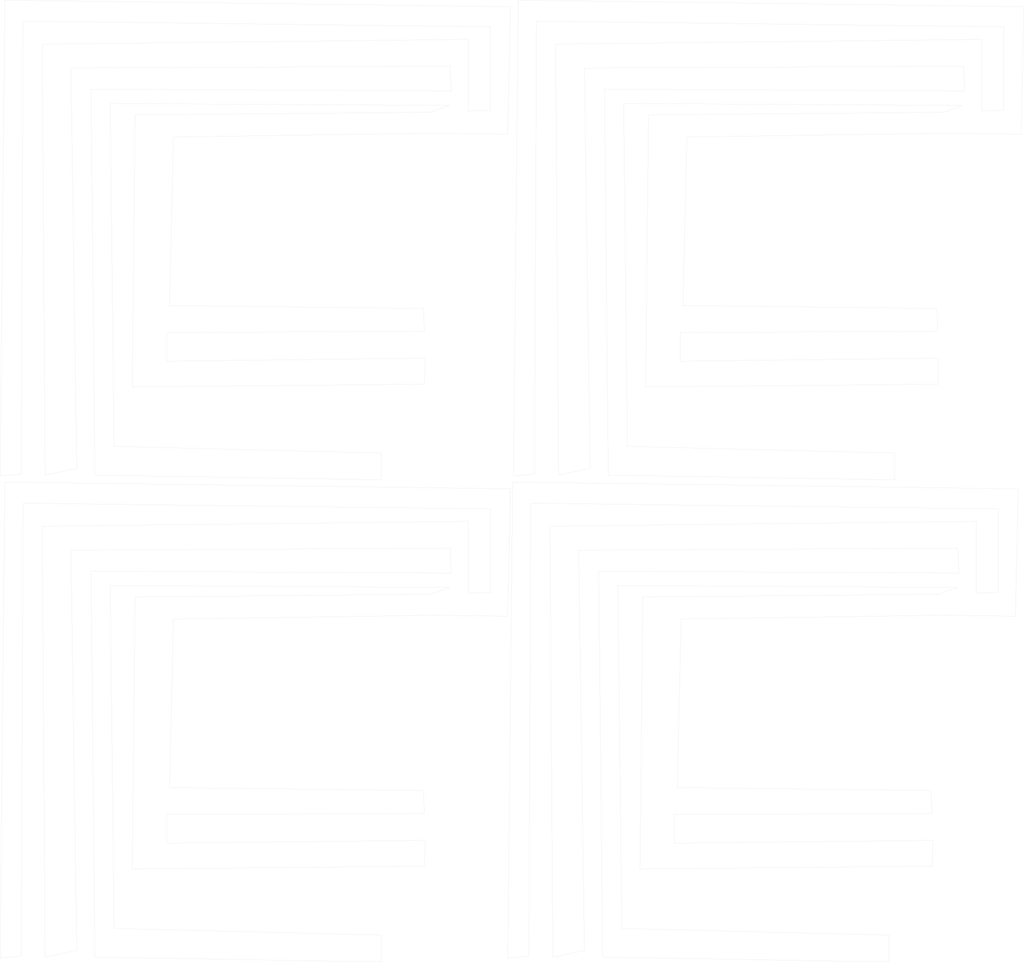
<source format=kicad_pcb>
(kicad_pcb (version 20221018) (generator pcbnew)

  (general
    (thickness 1.6)
  )

  (paper "A4")
  (layers
    (0 "F.Cu" signal)
    (31 "B.Cu" signal)
    (32 "B.Adhes" user "B.Adhesive")
    (33 "F.Adhes" user "F.Adhesive")
    (34 "B.Paste" user)
    (35 "F.Paste" user)
    (36 "B.SilkS" user "B.Silkscreen")
    (37 "F.SilkS" user "F.Silkscreen")
    (38 "B.Mask" user)
    (39 "F.Mask" user)
    (40 "Dwgs.User" user "User.Drawings")
    (41 "Cmts.User" user "User.Comments")
    (42 "Eco1.User" user "User.Eco1")
    (43 "Eco2.User" user "User.Eco2")
    (44 "Edge.Cuts" user)
    (45 "Margin" user)
    (46 "B.CrtYd" user "B.Courtyard")
    (47 "F.CrtYd" user "F.Courtyard")
    (48 "B.Fab" user)
    (49 "F.Fab" user)
    (50 "User.1" user)
    (51 "User.2" user)
    (52 "User.3" user)
    (53 "User.4" user)
    (54 "User.5" user)
    (55 "User.6" user)
    (56 "User.7" user)
    (57 "User.8" user)
    (58 "User.9" user)
  )

  (setup
    (stackup
      (layer "F.SilkS" (type "Top Silk Screen"))
      (layer "F.Paste" (type "Top Solder Paste"))
      (layer "F.Mask" (type "Top Solder Mask") (thickness 0.01))
      (layer "F.Cu" (type "copper") (thickness 0.035))
      (layer "dielectric 1" (type "core") (thickness 1.51) (material "FR4") (epsilon_r 4.5) (loss_tangent 0.02))
      (layer "B.Cu" (type "copper") (thickness 0.035))
      (layer "B.Mask" (type "Bottom Solder Mask") (thickness 0.01))
      (layer "B.Paste" (type "Bottom Solder Paste"))
      (layer "B.SilkS" (type "Bottom Silk Screen"))
      (layer "F.SilkS" (type "Top Silk Screen"))
      (layer "F.Paste" (type "Top Solder Paste"))
      (layer "F.Mask" (type "Top Solder Mask") (thickness 0.01))
      (layer "F.Cu" (type "copper") (thickness 0.035))
      (layer "dielectric 1" (type "core") (thickness 1.51) (material "FR4") (epsilon_r 4.5) (loss_tangent 0.02))
      (layer "B.Cu" (type "copper") (thickness 0.035))
      (layer "B.Mask" (type "Bottom Solder Mask") (thickness 0.01))
      (layer "B.Paste" (type "Bottom Solder Paste"))
      (layer "B.SilkS" (type "Bottom Silk Screen"))
      (layer "F.SilkS" (type "Top Silk Screen"))
      (layer "F.Paste" (type "Top Solder Paste"))
      (layer "F.Mask" (type "Top Solder Mask") (thickness 0.01))
      (layer "F.Cu" (type "copper") (thickness 0.035))
      (layer "dielectric 1" (type "core") (thickness 1.51) (material "FR4") (epsilon_r 4.5) (loss_tangent 0.02))
      (layer "B.Cu" (type "copper") (thickness 0.035))
      (layer "B.Mask" (type "Bottom Solder Mask") (thickness 0.01))
      (layer "B.Paste" (type "Bottom Solder Paste"))
      (layer "B.SilkS" (type "Bottom Silk Screen"))
      (layer "F.SilkS" (type "Top Silk Screen"))
      (layer "F.Paste" (type "Top Solder Paste"))
      (layer "F.Mask" (type "Top Solder Mask") (thickness 0.01))
      (layer "F.Cu" (type "copper") (thickness 0.035))
      (layer "dielectric 1" (type "core") (thickness 1.51) (material "FR4") (epsilon_r 4.5) (loss_tangent 0.02))
      (layer "B.Cu" (type "copper") (thickness 0.035))
      (layer "B.Mask" (type "Bottom Solder Mask") (thickness 0.01))
      (layer "B.Paste" (type "Bottom Solder Paste"))
      (layer "B.SilkS" (type "Bottom Silk Screen"))
      (copper_finish "None")
      (dielectric_constraints no)
    )
    (pad_to_mask_clearance 0)
    (pcbplotparams
      (layerselection 0x00010fc_ffffffff)
      (plot_on_all_layers_selection 0x0000000_00000000)
      (disableapertmacros false)
      (usegerberextensions false)
      (usegerberattributes true)
      (usegerberadvancedattributes true)
      (creategerberjobfile true)
      (dashed_line_dash_ratio 12.000000)
      (dashed_line_gap_ratio 3.000000)
      (svgprecision 4)
      (plotframeref false)
      (viasonmask false)
      (mode 1)
      (useauxorigin false)
      (hpglpennumber 1)
      (hpglpenspeed 20)
      (hpglpendiameter 15.000000)
      (dxfpolygonmode true)
      (dxfimperialunits true)
      (dxfusepcbnewfont true)
      (psnegative false)
      (psa4output false)
      (plotreference true)
      (plotvalue true)
      (plotinvisibletext false)
      (sketchpadsonfab false)
      (subtractmaskfromsilk false)
      (outputformat 1)
      (mirror false)
      (drillshape 1)
      (scaleselection 1)
      (outputdirectory "")
    )
  )

  (net 0 "")

  (gr_line (start 178.009997 47.059996) (end 179.019997 2.399996)
    (stroke (width 0.05) (type default)) (layer "Edge.Cuts") (tstamp 00570b23-fa7b-4e68-abab-14a39a4ab5c4))
  (gr_line (start 326.459997 277.169996) (end 237.479997 276.159996)
    (stroke (width 0.05) (type default)) (layer "Edge.Cuts") (tstamp 02a05e18-c852-4bc0-b46c-a05954869c79))
  (gr_line (start 33.289997 166.589996) (end 133.689997 168.269996)
    (stroke (width 0.05) (type default)) (layer "Edge.Cuts") (tstamp 03b77dcb-e369-4ae7-ace6-26130c6a1a41))
  (gr_line (start 211.289997 335.589996) (end 311.689997 337.269996)
    (stroke (width 0.05) (type default)) (layer "Edge.Cuts") (tstamp 03e6e737-3e32-439b-ba69-7d19948271fc))
  (gr_line (start 1.729997 169.049996) (end 0.049997 335.929996)
    (stroke (width 0.05) (type default)) (layer "Edge.Cuts") (tstamp 044b528e-0869-4306-a640-b7574a198873))
  (gr_line (start 239.479997 107.159996) (end 240.829997 48.069996)
    (stroke (width 0.05) (type default)) (layer "Edge.Cuts") (tstamp 056ff60e-f554-4171-a6eb-5d2b2a7ab5bb))
  (gr_line (start 148.459997 277.169996) (end 59.479997 276.159996)
    (stroke (width 0.05) (type default)) (layer "Edge.Cuts") (tstamp 06f14e05-4155-4630-9301-c5791eb36b3b))
  (gr_line (start 238.479997 116.559996) (end 328.799997 116.229996)
    (stroke (width 0.05) (type default)) (layer "Edge.Cuts") (tstamp 072a8324-d12e-4bc6-94a1-89975726ddf9))
  (gr_line (start 331.149997 39.339996) (end 227.399997 40.339996)
    (stroke (width 0.05) (type default)) (layer "Edge.Cuts") (tstamp 07970d1a-0323-49d7-b094-820136de3a3c))
  (gr_line (start 60.829997 217.069996) (end 151.819997 215.719996)
    (stroke (width 0.05) (type default)) (layer "Edge.Cuts") (tstamp 08999283-0e26-4aba-b321-9c33295515c0))
  (gr_line (start 46.389997 304.699996) (end 148.799997 303.689996)
    (stroke (width 0.05) (type default)) (layer "Edge.Cuts") (tstamp 0a394c5c-3424-4f8e-9ecc-cfff5831bec5))
  (gr_line (start 342.239997 182.819996) (end 192.829997 184.499996)
    (stroke (width 0.05) (type default)) (layer "Edge.Cuts") (tstamp 0e29b4b3-8bfd-45d8-a792-f6dc76c20306))
  (gr_line (start 225.399997 209.339996) (end 224.389997 304.699996)
    (stroke (width 0.05) (type default)) (layer "Edge.Cuts") (tstamp 17c99511-32a2-48f4-bc14-804c8c983200))
  (gr_line (start 157.859997 23.219996) (end 158.199997 31.949996)
    (stroke (width 0.05) (type default)) (layer "Edge.Cuts") (tstamp 189313a3-a012-4e56-b8e4-e5b5052d8881))
  (gr_line (start 311.689997 327.869996) (end 218.009997 325.519996)
    (stroke (width 0.05) (type default)) (layer "Edge.Cuts") (tstamp 18fe5ef6-1ddf-434a-8cea-c2c6ec771649))
  (gr_line (start 0.049997 335.929996) (end 7.439997 335.249996)
    (stroke (width 0.05) (type default)) (layer "Edge.Cuts") (tstamp 1b4e8428-af30-49e6-97ef-29c44945a217))
  (gr_line (start 148.799997 285.229996) (end 148.459997 277.169996)
    (stroke (width 0.05) (type default)) (layer "Edge.Cuts") (tstamp 1d044fd1-0a3f-4b8a-9d51-209d18075a99))
  (gr_line (start 164.239997 207.999996) (end 164.239997 182.819996)
    (stroke (width 0.05) (type default)) (layer "Edge.Cuts") (tstamp 1e075f52-5505-4a4d-b349-85e2fab9c368))
  (gr_line (start 149.129997 294.629996) (end 58.479997 295.629996)
    (stroke (width 0.05) (type default)) (layer "Edge.Cuts") (tstamp 1ee1b4b3-0f58-4c8c-919b-71ea86ea5fbd))
  (gr_line (start 326.799997 303.689996) (end 327.129997 294.629996)
    (stroke (width 0.05) (type default)) (layer "Edge.Cuts") (tstamp 22384c6c-50e8-42fc-bd41-0196accf96ae))
  (gr_line (start 133.689997 168.269996) (end 133.689997 158.869996)
    (stroke (width 0.05) (type default)) (layer "Edge.Cuts") (tstamp 237cc775-a3a3-40c1-9aca-d6e6bc799c66))
  (gr_line (start 329.819997 215.719996) (end 356.009997 216.059996)
    (stroke (width 0.05) (type default)) (layer "Edge.Cuts") (tstamp 249e4cd5-ab2f-4399-8c84-331ae6113b65))
  (gr_line (start 328.799997 134.689996) (end 329.129997 125.629996)
    (stroke (width 0.05) (type default)) (layer "Edge.Cuts") (tstamp 255b525c-2479-46f6-8c15-b14e9cb2b65c))
  (gr_line (start 151.149997 208.339996) (end 47.399997 209.339996)
    (stroke (width 0.05) (type default)) (layer "Edge.Cuts") (tstamp 26062d2e-f985-4582-82cd-0078bd3841eb))
  (gr_line (start 148.799997 303.689996) (end 149.129997 294.629996)
    (stroke (width 0.05) (type default)) (layer "Edge.Cuts") (tstamp 2624242b-4eb0-47b8-be2c-fee57578aafb))
  (gr_line (start 238.829997 217.069996) (end 329.819997 215.719996)
    (stroke (width 0.05) (type default)) (layer "Edge.Cuts") (tstamp 268f3cfd-d9ec-43c6-9b72-7471db3a8399))
  (gr_line (start 351.959997 38.659996) (end 344.239997 38.999996)
    (stroke (width 0.05) (type default)) (layer "Edge.Cuts") (tstamp 27611ef8-1950-4722-948c-ae5820e315e9))
  (gr_line (start 179.019997 171.399996) (end 1.729997 169.049996)
    (stroke (width 0.05) (type default)) (layer "Edge.Cuts") (tstamp 2c2efe3a-bfde-48e2-935b-742f5313c698))
  (gr_line (start 60.829997 48.069996) (end 151.819997 46.719996)
    (stroke (width 0.05) (type default)) (layer "Edge.Cuts") (tstamp 2d7bd739-9a4b-41a3-9ec8-2bcd79d9e451))
  (gr_line (start 59.479997 107.159996) (end 60.829997 48.069996)
    (stroke (width 0.05) (type default)) (layer "Edge.Cuts") (tstamp 30d5c73e-92f8-40aa-8f08-24d4c5addfda))
  (gr_line (start 58.479997 295.629996) (end 58.479997 285.559996)
    (stroke (width 0.05) (type default)) (layer "Edge.Cuts") (tstamp 3219c0aa-a69c-486e-af94-4e6d6e0ce53a))
  (gr_line (start 164.239997 13.819996) (end 14.829997 15.499996)
    (stroke (width 0.05) (type default)) (layer "Edge.Cuts") (tstamp 356a4224-ae25-451e-aadd-ff75d4418d79))
  (gr_line (start 59.479997 276.159996) (end 60.829997 217.069996)
    (stroke (width 0.05) (type default)) (layer "Edge.Cuts") (tstamp 39472e76-8507-4d79-b6fb-f8375e39c8d0))
  (gr_line (start 31.949997 200.279996) (end 33.289997 335.589996)
    (stroke (width 0.05) (type default)) (layer "Edge.Cuts") (tstamp 3cd85351-2dac-4759-85c2-7684c6b38a01))
  (gr_line (start 151.819997 46.719996) (end 178.009997 47.059996)
    (stroke (width 0.05) (type default)) (layer "Edge.Cuts") (tstamp 3ce2c7df-b527-4b1a-b0e6-3bf71e3a984a))
  (gr_line (start 335.529997 205.989996) (end 329.149997 208.339996)
    (stroke (width 0.05) (type default)) (layer "Edge.Cuts") (tstamp 3e39ee39-b80b-453e-abb4-c499a2f0ddfb))
  (gr_line (start 180.049997 166.929996) (end 187.439997 166.249996)
    (stroke (width 0.05) (type default)) (layer "Edge.Cuts") (tstamp 3fdbc638-cd9e-43be-976b-9274499b9178))
  (gr_line (start 1.729997 0.049996) (end 0.049997 166.929996)
    (stroke (width 0.05) (type default)) (layer "Edge.Cuts") (tstamp 42be836e-6da7-48ad-9ca0-f989203b323a))
  (gr_line (start 47.399997 209.339996) (end 46.389997 304.699996)
    (stroke (width 0.05) (type default)) (layer "Edge.Cuts") (tstamp 43442b31-a41d-4ff1-bd47-a4762f1f8dd6))
  (gr_line (start 337.529997 36.989996) (end 331.149997 39.339996)
    (stroke (width 0.05) (type default)) (layer "Edge.Cuts") (tstamp 43a60218-e523-47fa-97a5-e292d9e74a8d))
  (gr_line (start 349.959997 207.659996) (end 342.239997 207.999996)
    (stroke (width 0.05) (type default)) (layer "Edge.Cuts") (tstamp 479d2a99-a694-472c-a3f8-be7f7caea548))
  (gr_line (start 7.439997 166.249996) (end 8.109997 7.439996)
    (stroke (width 0.05) (type default)) (layer "Edge.Cuts") (tstamp 47cd2a07-4fff-4a04-92e7-e53ccbbc2e88))
  (gr_line (start 47.399997 40.339996) (end 46.389997 135.699996)
    (stroke (width 0.05) (type default)) (layer "Edge.Cuts") (tstamp 491872a6-6c47-4b78-8a00-1d4263e9bedb))
  (gr_line (start 157.859997 192.219996) (end 158.199997 200.949996)
    (stroke (width 0.05) (type default)) (layer "Edge.Cuts") (tstamp 49cacd2e-295a-40b8-a6c2-3f3cdeed852f))
  (gr_line (start 148.799997 116.229996) (end 148.459997 108.169996)
    (stroke (width 0.05) (type default)) (layer "Edge.Cuts") (tstamp 4efe3993-b3c7-4a2a-a6b0-993b67b44ece))
  (gr_line (start 356.009997 216.059996) (end 357.019997 171.399996)
    (stroke (width 0.05) (type default)) (layer "Edge.Cuts") (tstamp 4f5e42fe-a11f-42ba-9e76-ae9b045c391c))
  (gr_line (start 14.829997 15.499996) (end 15.839997 166.589996)
    (stroke (width 0.05) (type default)) (layer "Edge.Cuts") (tstamp 5006c4fe-4c5b-41e0-b4a7-2c8c43cc78bd))
  (gr_line (start 14.829997 184.499996) (end 15.839997 335.589996)
    (stroke (width 0.05) (type default)) (layer "Edge.Cuts") (tstamp 503d18df-f09e-424d-b3d6-9922737b84b1))
  (gr_line (start 313.689997 168.269996) (end 313.689997 158.869996)
    (stroke (width 0.05) (type default)) (layer "Edge.Cuts") (tstamp 5793f479-8d49-474d-ae34-15e3dccdf83f))
  (gr_line (start 359.019997 2.399996) (end 181.729997 0.049996)
    (stroke (width 0.05) (type default)) (layer "Edge.Cuts") (tstamp 5801e266-f887-4fc0-8a98-cbd4b853f69d))
  (gr_line (start 357.019997 171.399996) (end 179.729997 169.049996)
    (stroke (width 0.05) (type default)) (layer "Edge.Cuts") (tstamp 5b321e0f-ac3b-4dfd-9f67-645b578dab63))
  (gr_line (start 40.009997 156.519996) (end 38.669997 36.309996)
    (stroke (width 0.05) (type default)) (layer "Edge.Cuts") (tstamp 5d950666-2382-438b-9505-cdd033395dff))
  (gr_line (start 211.949997 31.279996) (end 213.289997 166.589996)
    (stroke (width 0.05) (type default)) (layer "Edge.Cuts") (tstamp 5f3242f7-5a64-4a70-8a1a-a430362f0085))
  (gr_line (start 224.389997 304.699996) (end 326.799997 303.689996)
    (stroke (width 0.05) (type default)) (layer "Edge.Cuts") (tstamp 62dd27b6-d29a-4a49-8c11-378b1cfb89e7))
  (gr_line (start 337.859997 23.219996) (end 338.199997 31.949996)
    (stroke (width 0.05) (type default)) (layer "Edge.Cuts") (tstamp 6405c564-75c4-4ad6-af2d-d56467164417))
  (gr_line (start 344.239997 13.819996) (end 194.829997 15.499996)
    (stroke (width 0.05) (type default)) (layer "Edge.Cuts") (tstamp 64431db6-4deb-41ce-83b7-76adf4365cfb))
  (gr_line (start 8.109997 176.439996) (end 171.959997 178.449996)
    (stroke (width 0.05) (type default)) (layer "Edge.Cuts") (tstamp 6481a3d9-7bd5-4c26-9e67-4d325dae9d2f))
  (gr_line (start 329.149997 208.339996) (end 225.399997 209.339996)
    (stroke (width 0.05) (type default)) (layer "Edge.Cuts") (tstamp 6485a10a-22c7-4fe8-bae6-e642e859a522))
  (gr_line (start 148.799997 134.689996) (end 149.129997 125.629996)
    (stroke (width 0.05) (type default)) (layer "Edge.Cuts") (tstamp 65cce70b-7d6f-4146-a8f6-cc5fd976951c))
  (gr_line (start 133.689997 337.269996) (end 133.689997 327.869996)
    (stroke (width 0.05) (type default)) (layer "Edge.Cuts") (tstamp 6812329e-2323-4097-b0c7-c32cf024203a))
  (gr_line (start 158.199997 31.949996) (end 31.949997 31.279996)
    (stroke (width 0.05) (type default)) (layer "Edge.Cuts") (tstamp 6a40d19b-5e7d-4916-8f19-12ee80f67433))
  (gr_line (start 220.009997 156.519996) (end 218.669997 36.309996)
    (stroke (width 0.05) (type default)) (layer "Edge.Cuts") (tstamp 6c3f0bc5-1654-426b-a02f-646b46a97884))
  (gr_line (start 328.459997 108.169996) (end 239.479997 107.159996)
    (stroke (width 0.05) (type default)) (layer "Edge.Cuts") (tstamp 6d704e47-d45b-4bb7-a86b-a2037af70998))
  (gr_line (start 188.109997 7.439996) (end 351.959997 9.449996)
    (stroke (width 0.05) (type default)) (layer "Edge.Cuts") (tstamp 6f34b9cf-39d7-4b11-9dad-aca7ccd95476))
  (gr_line (start 38.669997 36.309996) (end 157.529997 36.989996)
    (stroke (width 0.05) (type default)) (layer "Edge.Cuts") (tstamp 70e3558f-fb1f-440a-b7be-690ec72688cc))
  (gr_line (start 179.019997 2.399996) (end 1.729997 0.049996)
    (stroke (width 0.05) (type default)) (layer "Edge.Cuts") (tstamp 71d32ffe-1136-4ba4-88dd-9179ddf362a1))
  (gr_line (start 336.199997 200.949996) (end 209.949997 200.279996)
    (stroke (width 0.05) (type default)) (layer "Edge.Cuts") (tstamp 72f6da53-ef28-4ee8-8faf-af3a155b1873))
  (gr_line (start 344.239997 38.999996) (end 344.239997 13.819996)
    (stroke (width 0.05) (type default)) (layer "Edge.Cuts") (tstamp 7475ac40-1afe-4642-82f5-8170020ad50f))
  (gr_line (start 236.479997 295.629996) (end 236.479997 285.559996)
    (stroke (width 0.05) (type default)) (layer "Edge.Cuts") (tstamp 7581bd5b-f5e3-4253-97e0-f82664a5ff3d))
  (gr_line (start 178.049997 335.929996) (end 185.439997 335.249996)
    (stroke (width 0.05) (type default)) (layer "Edge.Cuts") (tstamp 7619bd0f-1386-4bb6-9084-2ccb1a952f3d))
  (gr_line (start 238.479997 126.629996) (end 238.479997 116.559996)
    (stroke (width 0.05) (type default)) (layer "Edge.Cuts") (tstamp 77ea3804-a6cd-4453-b26c-5e39820bdcec))
  (gr_line (start 192.829997 184.499996) (end 193.839997 335.589996)
    (stroke (width 0.05) (type default)) (layer "Edge.Cuts") (tstamp 78d9591b-85e6-44fc-a19e-c892ee259d30))
  (gr_line (start 15.839997 166.589996) (end 26.919997 164.239996)
    (stroke (width 0.05) (type default)) (layer "Edge.Cuts") (tstamp 7b4a6d11-eb50-456f-b733-e36a84394796))
  (gr_line (start 171.959997 38.659996) (end 164.239997 38.999996)
    (stroke (width 0.05) (type default)) (layer "Edge.Cuts") (tstamp 7db02502-7420-4e1f-809d-46f7cf30361b))
  (gr_line (start 213.289997 166.589996) (end 313.689997 168.269996)
    (stroke (width 0.05) (type default)) (layer "Edge.Cuts") (tstamp 7de41c5e-5287-44d7-8312-42abca680685))
  (gr_line (start 342.239997 207.999996) (end 342.239997 182.819996)
    (stroke (width 0.05) (type default)) (layer "Edge.Cuts") (tstamp 810e5924-0801-4361-8482-5b40a419ce60))
  (gr_line (start 187.439997 166.249996) (end 188.109997 7.439996)
    (stroke (width 0.05) (type default)) (layer "Edge.Cuts") (tstamp 82b8d9b7-9581-4353-8079-d02ab4281365))
  (gr_line (start 218.669997 36.309996) (end 337.529997 36.989996)
    (stroke (width 0.05) (type default)) (layer "Edge.Cuts") (tstamp 84c6a527-16e8-40de-9302-7faa9a036b7d))
  (gr_line (start 179.729997 169.049996) (end 178.049997 335.929996)
    (stroke (width 0.05) (type default)) (layer "Edge.Cuts") (tstamp 8547cd9a-8539-4e5c-9b80-94ac5b751b9c))
  (gr_line (start 311.689997 337.269996) (end 311.689997 327.869996)
    (stroke (width 0.05) (type default)) (layer "Edge.Cuts") (tstamp 860ac430-e583-4f7e-af76-474cf5ff43c0))
  (gr_line (start 351.959997 9.449996) (end 351.959997 38.659996)
    (stroke (width 0.05) (type default)) (layer "Edge.Cuts") (tstamp 88dc5821-ee3d-40b7-b6fd-c559bf4b29de))
  (gr_line (start 38.669997 205.309996) (end 157.529997 205.989996)
    (stroke (width 0.05) (type default)) (layer "Edge.Cuts") (tstamp 8ba8018a-fb5c-4a8c-9c23-46cc1fdf3af3))
  (gr_line (start 171.959997 207.659996) (end 164.239997 207.999996)
    (stroke (width 0.05) (type default)) (layer "Edge.Cuts") (tstamp 8bd7c1ba-60a9-4b50-bc7e-9d96afe09fea))
  (gr_line (start 209.949997 200.279996) (end 211.289997 335.589996)
    (stroke (width 0.05) (type default)) (layer "Edge.Cuts") (tstamp 8c73170b-f32b-487c-a121-43b244e73956))
  (gr_line (start 358.009997 47.059996) (end 359.019997 2.399996)
    (stroke (width 0.05) (type default)) (layer "Edge.Cuts") (tstamp 8ef7a16f-17f3-498a-9bf9-079a39103758))
  (gr_line (start 194.829997 15.499996) (end 195.839997 166.589996)
    (stroke (width 0.05) (type default)) (layer "Edge.Cuts") (tstamp 904e6c29-4a5d-480f-9f97-f1057072b188))
  (gr_line (start 24.899997 192.889996) (end 157.859997 192.219996)
    (stroke (width 0.05) (type default)) (layer "Edge.Cuts") (tstamp 92fd59da-2512-4389-9742-5e29ddaa08c3))
  (gr_line (start 181.729997 0.049996) (end 180.049997 166.929996)
    (stroke (width 0.05) (type default)) (layer "Edge.Cuts") (tstamp 98424a1c-d57c-4f6e-84cb-c00ab24d389a))
  (gr_line (start 151.149997 39.339996) (end 47.399997 40.339996)
    (stroke (width 0.05) (type default)) (layer "Edge.Cuts") (tstamp 9ae37a3a-d902-4ff7-9c56-59db8b0b489d))
  (gr_line (start 33.289997 335.589996) (end 133.689997 337.269996)
    (stroke (width 0.05) (type default)) (layer "Edge.Cuts") (tstamp 9bdab20a-b4b0-4bbc-9534-0f0adfb29812))
  (gr_line (start 148.459997 108.169996) (end 59.479997 107.159996)
    (stroke (width 0.05) (type default)) (layer "Edge.Cuts") (tstamp 9f9316f6-8abf-40a8-8494-85c477726122))
  (gr_line (start 164.239997 182.819996) (end 14.829997 184.499996)
    (stroke (width 0.05) (type default)) (layer "Edge.Cuts") (tstamp a0630f46-c8ce-457f-9390-09e9e6cce271))
  (gr_line (start 206.919997 164.239996) (end 204.899997 23.889996)
    (stroke (width 0.05) (type default)) (layer "Edge.Cuts") (tstamp a3463e01-9350-414d-8849-2712fc47c154))
  (gr_line (start 151.819997 215.719996) (end 178.009997 216.059996)
    (stroke (width 0.05) (type default)) (layer "Edge.Cuts") (tstamp a43cbeed-b623-4474-93d2-b3eb8ae82a5f))
  (gr_line (start 226.389997 135.699996) (end 328.799997 134.689996)
    (stroke (width 0.05) (type default)) (layer "Edge.Cuts") (tstamp a6b6d972-e60d-437f-bc12-71f8f10f7d79))
  (gr_line (start 329.129997 125.629996) (end 238.479997 126.629996)
    (stroke (width 0.05) (type default)) (layer "Edge.Cuts") (tstamp a7006629-c687-41d6-bd71-a834a23d87e5))
  (gr_line (start 195.839997 166.589996) (end 206.919997 164.239996)
    (stroke (width 0.05) (type default)) (layer "Edge.Cuts") (tstamp a88f9730-e0ae-40d0-996f-dfc5135a6df7))
  (gr_line (start 218.009997 325.519996) (end 216.669997 205.309996)
    (stroke (width 0.05) (type default)) (layer "Edge.Cuts") (tstamp ab74e714-fc20-4185-ad90-3c4cd2166136))
  (gr_line (start 338.199997 31.949996) (end 211.949997 31.279996)
    (stroke (width 0.05) (type default)) (layer "Edge.Cuts") (tstamp abbc3a52-5093-409c-9f8f-17c101dc96c3))
  (gr_line (start 133.689997 327.869996) (end 40.009997 325.519996)
    (stroke (width 0.05) (type default)) (layer "Edge.Cuts") (tstamp abfbae03-ec4d-4762-a15e-5d1bf76062b2))
  (gr_line (start 178.009997 216.059996) (end 179.019997 171.399996)
    (stroke (width 0.05) (type default)) (layer "Edge.Cuts") (tstamp b1609123-5c6f-4a52-90dd-e1fe038858de))
  (gr_line (start 236.479997 285.559996) (end 326.799997 285.229996)
    (stroke (width 0.05) (type default)) (layer "Edge.Cuts") (tstamp b2795e07-949f-4a26-a25f-52fcbd8e0f5e))
  (gr_line (start 202.899997 192.889996) (end 335.859997 192.219996)
    (stroke (width 0.05) (type default)) (layer "Edge.Cuts") (tstamp b4492d39-290a-4ab5-a5f9-98f47f4cad5e))
  (gr_line (start 335.859997 192.219996) (end 336.199997 200.949996)
    (stroke (width 0.05) (type default)) (layer "Edge.Cuts") (tstamp b4ec6948-5769-44eb-9a7d-0e0a428be35b))
  (gr_line (start 8.109997 7.439996) (end 171.959997 9.449996)
    (stroke (width 0.05) (type default)) (layer "Edge.Cuts") (tstamp b6134636-8354-4b32-9793-be48fc5d5819))
  (gr_line (start 40.009997 325.519996) (end 38.669997 205.309996)
    (stroke (width 0.05) (type default)) (layer "Edge.Cuts") (tstamp b61b7967-4bf6-4dbf-97e9-7d7d3cdc3342))
  (gr_line (start 171.959997 178.449996) (end 171.959997 207.659996)
    (stroke (width 0.05) (type default)) (layer "Edge.Cuts") (tstamp b7324150-b769-4528-9827-cc7e619356bf))
  (gr_line (start 186.109997 176.439996) (end 349.959997 178.449996)
    (stroke (width 0.05) (type default)) (layer "Edge.Cuts") (tstamp b7e7b568-8ef7-4601-b669-3ca829faaaad))
  (gr_line (start 193.839997 335.589996) (end 204.919997 333.239996)
    (stroke (width 0.05) (type default)) (layer "Edge.Cuts") (tstamp b83aff9c-d9e5-4bb3-a2de-f06ddffa766e))
  (gr_line (start 164.239997 38.999996) (end 164.239997 13.819996)
    (stroke (width 0.05) (type default)) (layer "Edge.Cuts") (tstamp b8b23fe2-8677-4433-971e-733ff6067967))
  (gr_line (start 204.919997 333.239996) (end 202.899997 192.889996)
    (stroke (width 0.05) (type default)) (layer "Edge.Cuts") (tstamp b9a37d7a-7c24-4525-8d88-9558296f0e4e))
  (gr_line (start 349.959997 178.449996) (end 349.959997 207.659996)
    (stroke (width 0.05) (type default)) (layer "Edge.Cuts") (tstamp b9f9bdb3-8dc8-47aa-9da0-5eec155c75f5))
  (gr_line (start 227.399997 40.339996) (end 226.389997 135.699996)
    (stroke (width 0.05) (type default)) (layer "Edge.Cuts") (tstamp badcce6f-8cf6-4d3e-b007-5240fd9d6ba3))
  (gr_line (start 31.949997 31.279996) (end 33.289997 166.589996)
    (stroke (width 0.05) (type default)) (layer "Edge.Cuts") (tstamp bbf89bd3-b117-4d29-b371-904d8e6b81c0))
  (gr_line (start 240.829997 48.069996) (end 331.819997 46.719996)
    (stroke (width 0.05) (type default)) (layer "Edge.Cuts") (tstamp bd884a17-d630-404b-ae6f-9562cc7bbf27))
  (gr_line (start 58.479997 126.629996) (end 58.479997 116.559996)
    (stroke (width 0.05) (type default)) (layer "Edge.Cuts") (tstamp bf641fc8-b3ba-4072-8e07-a300831423b0))
  (gr_line (start 46.389997 135.699996) (end 148.799997 134.689996)
    (stroke (width 0.05) (type default)) (layer "Edge.Cuts") (tstamp c19d0e62-ff03-4222-ae26-bf63bc9e6b67))
  (gr_line (start 204.899997 23.889996) (end 337.859997 23.219996)
    (stroke (width 0.05) (type default)) (layer "Edge.Cuts") (tstamp c6640304-2c46-4f2e-ada3-d47501482f3b))
  (gr_line (start 24.899997 23.889996) (end 157.859997 23.219996)
    (stroke (width 0.05) (type default)) (layer "Edge.Cuts") (tstamp c7e74884-8cfe-4115-8625-adfe3b07819c))
  (gr_line (start 216.669997 205.309996) (end 335.529997 205.989996)
    (stroke (width 0.05) (type default)) (layer "Edge.Cuts") (tstamp cc5d9936-5ddc-4bec-92e0-9b252dfff2ae))
  (gr_line (start 0.049997 166.929996) (end 7.439997 166.249996)
    (stroke (width 0.05) (type default)) (layer "Edge.Cuts") (tstamp d43c1334-b3f1-487c-97a5-d612959b5b5e))
  (gr_line (start 326.799997 285.229996) (end 326.459997 277.169996)
    (stroke (width 0.05) (type default)) (layer "Edge.Cuts") (tstamp d7bb798d-c55d-4e36-bd19-7817ba2fa7c3))
  (gr_line (start 7.439997 335.249996) (end 8.109997 176.439996)
    (stroke (width 0.05) (type default)) (layer "Edge.Cuts") (tstamp d945e2dc-8636-453c-8f4b-995bf5ea1c33))
  (gr_line (start 157.529997 205.989996) (end 151.149997 208.339996)
    (stroke (width 0.05) (type default)) (layer "Edge.Cuts") (tstamp d9da207b-dc15-47c2-ac90-ea2a4c845d65))
  (gr_line (start 15.839997 335.589996) (end 26.919997 333.239996)
    (stroke (width 0.05) (type default)) (layer "Edge.Cuts") (tstamp dba36aa5-5545-480c-a457-ef3aa195c165))
  (gr_line (start 185.439997 335.249996) (end 186.109997 176.439996)
    (stroke (width 0.05) (type default)) (layer "Edge.Cuts") (tstamp ddd43c2b-d7e8-4e8a-90c5-092be26a9ef0))
  (gr_line (start 133.689997 158.869996) (end 40.009997 156.519996)
    (stroke (width 0.05) (type default)) (layer "Edge.Cuts") (tstamp e4f92ff0-e6a5-45ff-be85-03216be85191))
  (gr_line (start 313.689997 158.869996) (end 220.009997 156.519996)
    (stroke (width 0.05) (type default)) (layer "Edge.Cuts") (tstamp ec0265ef-99bd-4586-90b9-e9ff63546a72))
  (gr_line (start 26.919997 164.239996) (end 24.899997 23.889996)
    (stroke (width 0.05) (type default)) (layer "Edge.Cuts") (tstamp ec40885c-ed38-4de7-978b-ebad6ea28f7f))
  (gr_line (start 58.479997 285.559996) (end 148.799997 285.229996)
    (stroke (width 0.05) (type default)) (layer "Edge.Cuts") (tstamp ed14f1c7-f8ea-4c55-a40a-3efe87fbc8db))
  (gr_line (start 26.919997 333.239996) (end 24.899997 192.889996)
    (stroke (width 0.05) (type default)) (layer "Edge.Cuts") (tstamp f13efab4-1dc5-4b0b-a9a6-bf377049e245))
  (gr_line (start 171.959997 9.449996) (end 171.959997 38.659996)
    (stroke (width 0.05) (type default)) (layer "Edge.Cuts") (tstamp f1d02ae9-b313-4570-8e76-f4ccb6ec075d))
  (gr_line (start 158.199997 200.949996) (end 31.949997 200.279996)
    (stroke (width 0.05) (type default)) (layer "Edge.Cuts") (tstamp f5d3fb40-0d82-4033-a2e8-55c952600132))
  (gr_line (start 157.529997 36.989996) (end 151.149997 39.339996)
    (stroke (width 0.05) (type default)) (layer "Edge.Cuts") (tstamp f637d6b4-1269-4bbe-b836-51f98829d58e))
  (gr_line (start 331.819997 46.719996) (end 358.009997 47.059996)
    (stroke (width 0.05) (type default)) (layer "Edge.Cuts") (tstamp f6bda0de-ff11-430d-b0e6-2d70c732bec6))
  (gr_line (start 327.129997 294.629996) (end 236.479997 295.629996)
    (stroke (width 0.05) (type default)) (layer "Edge.Cuts") (tstamp f7d6bc68-799b-4a7b-a570-765b2cbd8aa5))
  (gr_line (start 149.129997 125.629996) (end 58.479997 126.629996)
    (stroke (width 0.05) (type default)) (layer "Edge.Cuts") (tstamp fac39596-b764-4f82-bf9a-7d0c8403a2b9))
  (gr_line (start 237.479997 276.159996) (end 238.829997 217.069996)
    (stroke (width 0.05) (type default)) (layer "Edge.Cuts") (tstamp fb3cba60-1fde-4022-a6b2-3220bb9c5f9d))
  (gr_line (start 328.799997 116.229996) (end 328.459997 108.169996)
    (stroke (width 0.05) (type default)) (layer "Edge.Cuts") (tstamp fe784ee3-a2c6-4a28-9e27-55e0c7a0026b))
  (gr_line (start 58.479997 116.559996) (end 148.799997 116.229996)
    (stroke (width 0.05) (type default)) (layer "Edge.Cuts") (tstamp ff34f0a0-1e88-47ec-b0e7-92a166be17e3))

)

</source>
